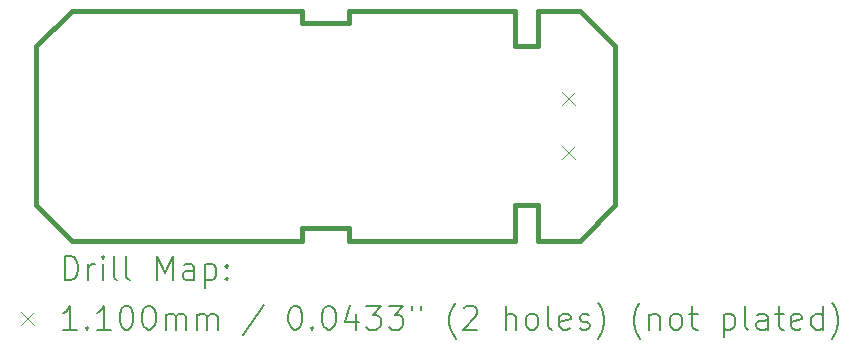
<source format=gbr>
%FSLAX45Y45*%
G04 Gerber Fmt 4.5, Leading zero omitted, Abs format (unit mm)*
G04 Created by KiCad (PCBNEW 6.0.1-79c1e3a40b~116~ubuntu20.04.1) date 2022-01-19 17:35:38*
%MOMM*%
%LPD*%
G01*
G04 APERTURE LIST*
%TA.AperFunction,Profile*%
%ADD10C,0.400000*%
%TD*%
%ADD11C,0.200000*%
%ADD12C,0.110000*%
G04 APERTURE END LIST*
D10*
X14150000Y-6925000D02*
X14150000Y-7225000D01*
X9900000Y-7225000D02*
X10200000Y-6925000D01*
X13950000Y-8575000D02*
X13950000Y-8875000D01*
X13950000Y-8575000D02*
X14150000Y-8575000D01*
X12550000Y-6925000D02*
X12550000Y-7030000D01*
X12550000Y-8770000D02*
X12150000Y-8770000D01*
X9900000Y-8575000D02*
X10200000Y-8875000D01*
X14500000Y-6925000D02*
X14800000Y-7225000D01*
X12550000Y-8875000D02*
X12550000Y-8770000D01*
X10200000Y-6925000D02*
X12150000Y-6925000D01*
X12550000Y-6925000D02*
X13950000Y-6925000D01*
X14150000Y-6925000D02*
X14500000Y-6925000D01*
X13950000Y-7225000D02*
X14150000Y-7225000D01*
X12150000Y-8875000D02*
X12150000Y-8770000D01*
X10200000Y-8875000D02*
X12150000Y-8875000D01*
X14150000Y-8575000D02*
X14150000Y-8875000D01*
X14800000Y-7225000D02*
X14800000Y-8575000D01*
X14500000Y-8875000D02*
X14800000Y-8575000D01*
X12550000Y-8875000D02*
X13950000Y-8875000D01*
X9900000Y-7225000D02*
X9900000Y-8575000D01*
X14150000Y-8875000D02*
X14500000Y-8875000D01*
X12150000Y-6925000D02*
X12150000Y-7030000D01*
X13950000Y-6925000D02*
X13950000Y-7225000D01*
X12150000Y-7030000D02*
X12550000Y-7030000D01*
D11*
D12*
X14350000Y-7614850D02*
X14460000Y-7724850D01*
X14460000Y-7614850D02*
X14350000Y-7724850D01*
X14350000Y-8074850D02*
X14460000Y-8184850D01*
X14460000Y-8074850D02*
X14350000Y-8184850D01*
D11*
X10137619Y-9205476D02*
X10137619Y-9005476D01*
X10185238Y-9005476D01*
X10213810Y-9015000D01*
X10232857Y-9034048D01*
X10242381Y-9053095D01*
X10251905Y-9091190D01*
X10251905Y-9119762D01*
X10242381Y-9157857D01*
X10232857Y-9176905D01*
X10213810Y-9195952D01*
X10185238Y-9205476D01*
X10137619Y-9205476D01*
X10337619Y-9205476D02*
X10337619Y-9072143D01*
X10337619Y-9110238D02*
X10347143Y-9091190D01*
X10356667Y-9081667D01*
X10375714Y-9072143D01*
X10394762Y-9072143D01*
X10461429Y-9205476D02*
X10461429Y-9072143D01*
X10461429Y-9005476D02*
X10451905Y-9015000D01*
X10461429Y-9024524D01*
X10470952Y-9015000D01*
X10461429Y-9005476D01*
X10461429Y-9024524D01*
X10585238Y-9205476D02*
X10566190Y-9195952D01*
X10556667Y-9176905D01*
X10556667Y-9005476D01*
X10690000Y-9205476D02*
X10670952Y-9195952D01*
X10661429Y-9176905D01*
X10661429Y-9005476D01*
X10918571Y-9205476D02*
X10918571Y-9005476D01*
X10985238Y-9148333D01*
X11051905Y-9005476D01*
X11051905Y-9205476D01*
X11232857Y-9205476D02*
X11232857Y-9100714D01*
X11223333Y-9081667D01*
X11204286Y-9072143D01*
X11166190Y-9072143D01*
X11147143Y-9081667D01*
X11232857Y-9195952D02*
X11213809Y-9205476D01*
X11166190Y-9205476D01*
X11147143Y-9195952D01*
X11137619Y-9176905D01*
X11137619Y-9157857D01*
X11147143Y-9138810D01*
X11166190Y-9129286D01*
X11213809Y-9129286D01*
X11232857Y-9119762D01*
X11328095Y-9072143D02*
X11328095Y-9272143D01*
X11328095Y-9081667D02*
X11347143Y-9072143D01*
X11385238Y-9072143D01*
X11404286Y-9081667D01*
X11413809Y-9091190D01*
X11423333Y-9110238D01*
X11423333Y-9167381D01*
X11413809Y-9186429D01*
X11404286Y-9195952D01*
X11385238Y-9205476D01*
X11347143Y-9205476D01*
X11328095Y-9195952D01*
X11509048Y-9186429D02*
X11518571Y-9195952D01*
X11509048Y-9205476D01*
X11499524Y-9195952D01*
X11509048Y-9186429D01*
X11509048Y-9205476D01*
X11509048Y-9081667D02*
X11518571Y-9091190D01*
X11509048Y-9100714D01*
X11499524Y-9091190D01*
X11509048Y-9081667D01*
X11509048Y-9100714D01*
D12*
X9770000Y-9480000D02*
X9880000Y-9590000D01*
X9880000Y-9480000D02*
X9770000Y-9590000D01*
D11*
X10242381Y-9625476D02*
X10128095Y-9625476D01*
X10185238Y-9625476D02*
X10185238Y-9425476D01*
X10166190Y-9454048D01*
X10147143Y-9473095D01*
X10128095Y-9482619D01*
X10328095Y-9606429D02*
X10337619Y-9615952D01*
X10328095Y-9625476D01*
X10318571Y-9615952D01*
X10328095Y-9606429D01*
X10328095Y-9625476D01*
X10528095Y-9625476D02*
X10413810Y-9625476D01*
X10470952Y-9625476D02*
X10470952Y-9425476D01*
X10451905Y-9454048D01*
X10432857Y-9473095D01*
X10413810Y-9482619D01*
X10651905Y-9425476D02*
X10670952Y-9425476D01*
X10690000Y-9435000D01*
X10699524Y-9444524D01*
X10709048Y-9463571D01*
X10718571Y-9501667D01*
X10718571Y-9549286D01*
X10709048Y-9587381D01*
X10699524Y-9606429D01*
X10690000Y-9615952D01*
X10670952Y-9625476D01*
X10651905Y-9625476D01*
X10632857Y-9615952D01*
X10623333Y-9606429D01*
X10613810Y-9587381D01*
X10604286Y-9549286D01*
X10604286Y-9501667D01*
X10613810Y-9463571D01*
X10623333Y-9444524D01*
X10632857Y-9435000D01*
X10651905Y-9425476D01*
X10842381Y-9425476D02*
X10861429Y-9425476D01*
X10880476Y-9435000D01*
X10890000Y-9444524D01*
X10899524Y-9463571D01*
X10909048Y-9501667D01*
X10909048Y-9549286D01*
X10899524Y-9587381D01*
X10890000Y-9606429D01*
X10880476Y-9615952D01*
X10861429Y-9625476D01*
X10842381Y-9625476D01*
X10823333Y-9615952D01*
X10813810Y-9606429D01*
X10804286Y-9587381D01*
X10794762Y-9549286D01*
X10794762Y-9501667D01*
X10804286Y-9463571D01*
X10813810Y-9444524D01*
X10823333Y-9435000D01*
X10842381Y-9425476D01*
X10994762Y-9625476D02*
X10994762Y-9492143D01*
X10994762Y-9511190D02*
X11004286Y-9501667D01*
X11023333Y-9492143D01*
X11051905Y-9492143D01*
X11070952Y-9501667D01*
X11080476Y-9520714D01*
X11080476Y-9625476D01*
X11080476Y-9520714D02*
X11090000Y-9501667D01*
X11109048Y-9492143D01*
X11137619Y-9492143D01*
X11156667Y-9501667D01*
X11166190Y-9520714D01*
X11166190Y-9625476D01*
X11261428Y-9625476D02*
X11261428Y-9492143D01*
X11261428Y-9511190D02*
X11270952Y-9501667D01*
X11290000Y-9492143D01*
X11318571Y-9492143D01*
X11337619Y-9501667D01*
X11347143Y-9520714D01*
X11347143Y-9625476D01*
X11347143Y-9520714D02*
X11356667Y-9501667D01*
X11375714Y-9492143D01*
X11404286Y-9492143D01*
X11423333Y-9501667D01*
X11432857Y-9520714D01*
X11432857Y-9625476D01*
X11823333Y-9415952D02*
X11651905Y-9673095D01*
X12080476Y-9425476D02*
X12099524Y-9425476D01*
X12118571Y-9435000D01*
X12128095Y-9444524D01*
X12137619Y-9463571D01*
X12147143Y-9501667D01*
X12147143Y-9549286D01*
X12137619Y-9587381D01*
X12128095Y-9606429D01*
X12118571Y-9615952D01*
X12099524Y-9625476D01*
X12080476Y-9625476D01*
X12061428Y-9615952D01*
X12051905Y-9606429D01*
X12042381Y-9587381D01*
X12032857Y-9549286D01*
X12032857Y-9501667D01*
X12042381Y-9463571D01*
X12051905Y-9444524D01*
X12061428Y-9435000D01*
X12080476Y-9425476D01*
X12232857Y-9606429D02*
X12242381Y-9615952D01*
X12232857Y-9625476D01*
X12223333Y-9615952D01*
X12232857Y-9606429D01*
X12232857Y-9625476D01*
X12366190Y-9425476D02*
X12385238Y-9425476D01*
X12404286Y-9435000D01*
X12413809Y-9444524D01*
X12423333Y-9463571D01*
X12432857Y-9501667D01*
X12432857Y-9549286D01*
X12423333Y-9587381D01*
X12413809Y-9606429D01*
X12404286Y-9615952D01*
X12385238Y-9625476D01*
X12366190Y-9625476D01*
X12347143Y-9615952D01*
X12337619Y-9606429D01*
X12328095Y-9587381D01*
X12318571Y-9549286D01*
X12318571Y-9501667D01*
X12328095Y-9463571D01*
X12337619Y-9444524D01*
X12347143Y-9435000D01*
X12366190Y-9425476D01*
X12604286Y-9492143D02*
X12604286Y-9625476D01*
X12556667Y-9415952D02*
X12509048Y-9558810D01*
X12632857Y-9558810D01*
X12690000Y-9425476D02*
X12813809Y-9425476D01*
X12747143Y-9501667D01*
X12775714Y-9501667D01*
X12794762Y-9511190D01*
X12804286Y-9520714D01*
X12813809Y-9539762D01*
X12813809Y-9587381D01*
X12804286Y-9606429D01*
X12794762Y-9615952D01*
X12775714Y-9625476D01*
X12718571Y-9625476D01*
X12699524Y-9615952D01*
X12690000Y-9606429D01*
X12880476Y-9425476D02*
X13004286Y-9425476D01*
X12937619Y-9501667D01*
X12966190Y-9501667D01*
X12985238Y-9511190D01*
X12994762Y-9520714D01*
X13004286Y-9539762D01*
X13004286Y-9587381D01*
X12994762Y-9606429D01*
X12985238Y-9615952D01*
X12966190Y-9625476D01*
X12909048Y-9625476D01*
X12890000Y-9615952D01*
X12880476Y-9606429D01*
X13080476Y-9425476D02*
X13080476Y-9463571D01*
X13156667Y-9425476D02*
X13156667Y-9463571D01*
X13451905Y-9701667D02*
X13442381Y-9692143D01*
X13423333Y-9663571D01*
X13413809Y-9644524D01*
X13404286Y-9615952D01*
X13394762Y-9568333D01*
X13394762Y-9530238D01*
X13404286Y-9482619D01*
X13413809Y-9454048D01*
X13423333Y-9435000D01*
X13442381Y-9406429D01*
X13451905Y-9396905D01*
X13518571Y-9444524D02*
X13528095Y-9435000D01*
X13547143Y-9425476D01*
X13594762Y-9425476D01*
X13613809Y-9435000D01*
X13623333Y-9444524D01*
X13632857Y-9463571D01*
X13632857Y-9482619D01*
X13623333Y-9511190D01*
X13509048Y-9625476D01*
X13632857Y-9625476D01*
X13870952Y-9625476D02*
X13870952Y-9425476D01*
X13956667Y-9625476D02*
X13956667Y-9520714D01*
X13947143Y-9501667D01*
X13928095Y-9492143D01*
X13899524Y-9492143D01*
X13880476Y-9501667D01*
X13870952Y-9511190D01*
X14080476Y-9625476D02*
X14061428Y-9615952D01*
X14051905Y-9606429D01*
X14042381Y-9587381D01*
X14042381Y-9530238D01*
X14051905Y-9511190D01*
X14061428Y-9501667D01*
X14080476Y-9492143D01*
X14109048Y-9492143D01*
X14128095Y-9501667D01*
X14137619Y-9511190D01*
X14147143Y-9530238D01*
X14147143Y-9587381D01*
X14137619Y-9606429D01*
X14128095Y-9615952D01*
X14109048Y-9625476D01*
X14080476Y-9625476D01*
X14261428Y-9625476D02*
X14242381Y-9615952D01*
X14232857Y-9596905D01*
X14232857Y-9425476D01*
X14413809Y-9615952D02*
X14394762Y-9625476D01*
X14356667Y-9625476D01*
X14337619Y-9615952D01*
X14328095Y-9596905D01*
X14328095Y-9520714D01*
X14337619Y-9501667D01*
X14356667Y-9492143D01*
X14394762Y-9492143D01*
X14413809Y-9501667D01*
X14423333Y-9520714D01*
X14423333Y-9539762D01*
X14328095Y-9558810D01*
X14499524Y-9615952D02*
X14518571Y-9625476D01*
X14556667Y-9625476D01*
X14575714Y-9615952D01*
X14585238Y-9596905D01*
X14585238Y-9587381D01*
X14575714Y-9568333D01*
X14556667Y-9558810D01*
X14528095Y-9558810D01*
X14509048Y-9549286D01*
X14499524Y-9530238D01*
X14499524Y-9520714D01*
X14509048Y-9501667D01*
X14528095Y-9492143D01*
X14556667Y-9492143D01*
X14575714Y-9501667D01*
X14651905Y-9701667D02*
X14661428Y-9692143D01*
X14680476Y-9663571D01*
X14690000Y-9644524D01*
X14699524Y-9615952D01*
X14709048Y-9568333D01*
X14709048Y-9530238D01*
X14699524Y-9482619D01*
X14690000Y-9454048D01*
X14680476Y-9435000D01*
X14661428Y-9406429D01*
X14651905Y-9396905D01*
X15013809Y-9701667D02*
X15004286Y-9692143D01*
X14985238Y-9663571D01*
X14975714Y-9644524D01*
X14966190Y-9615952D01*
X14956667Y-9568333D01*
X14956667Y-9530238D01*
X14966190Y-9482619D01*
X14975714Y-9454048D01*
X14985238Y-9435000D01*
X15004286Y-9406429D01*
X15013809Y-9396905D01*
X15090000Y-9492143D02*
X15090000Y-9625476D01*
X15090000Y-9511190D02*
X15099524Y-9501667D01*
X15118571Y-9492143D01*
X15147143Y-9492143D01*
X15166190Y-9501667D01*
X15175714Y-9520714D01*
X15175714Y-9625476D01*
X15299524Y-9625476D02*
X15280476Y-9615952D01*
X15270952Y-9606429D01*
X15261428Y-9587381D01*
X15261428Y-9530238D01*
X15270952Y-9511190D01*
X15280476Y-9501667D01*
X15299524Y-9492143D01*
X15328095Y-9492143D01*
X15347143Y-9501667D01*
X15356667Y-9511190D01*
X15366190Y-9530238D01*
X15366190Y-9587381D01*
X15356667Y-9606429D01*
X15347143Y-9615952D01*
X15328095Y-9625476D01*
X15299524Y-9625476D01*
X15423333Y-9492143D02*
X15499524Y-9492143D01*
X15451905Y-9425476D02*
X15451905Y-9596905D01*
X15461428Y-9615952D01*
X15480476Y-9625476D01*
X15499524Y-9625476D01*
X15718571Y-9492143D02*
X15718571Y-9692143D01*
X15718571Y-9501667D02*
X15737619Y-9492143D01*
X15775714Y-9492143D01*
X15794762Y-9501667D01*
X15804286Y-9511190D01*
X15813809Y-9530238D01*
X15813809Y-9587381D01*
X15804286Y-9606429D01*
X15794762Y-9615952D01*
X15775714Y-9625476D01*
X15737619Y-9625476D01*
X15718571Y-9615952D01*
X15928095Y-9625476D02*
X15909048Y-9615952D01*
X15899524Y-9596905D01*
X15899524Y-9425476D01*
X16090000Y-9625476D02*
X16090000Y-9520714D01*
X16080476Y-9501667D01*
X16061428Y-9492143D01*
X16023333Y-9492143D01*
X16004286Y-9501667D01*
X16090000Y-9615952D02*
X16070952Y-9625476D01*
X16023333Y-9625476D01*
X16004286Y-9615952D01*
X15994762Y-9596905D01*
X15994762Y-9577857D01*
X16004286Y-9558810D01*
X16023333Y-9549286D01*
X16070952Y-9549286D01*
X16090000Y-9539762D01*
X16156667Y-9492143D02*
X16232857Y-9492143D01*
X16185238Y-9425476D02*
X16185238Y-9596905D01*
X16194762Y-9615952D01*
X16213809Y-9625476D01*
X16232857Y-9625476D01*
X16375714Y-9615952D02*
X16356667Y-9625476D01*
X16318571Y-9625476D01*
X16299524Y-9615952D01*
X16290000Y-9596905D01*
X16290000Y-9520714D01*
X16299524Y-9501667D01*
X16318571Y-9492143D01*
X16356667Y-9492143D01*
X16375714Y-9501667D01*
X16385238Y-9520714D01*
X16385238Y-9539762D01*
X16290000Y-9558810D01*
X16556667Y-9625476D02*
X16556667Y-9425476D01*
X16556667Y-9615952D02*
X16537619Y-9625476D01*
X16499524Y-9625476D01*
X16480476Y-9615952D01*
X16470952Y-9606429D01*
X16461428Y-9587381D01*
X16461428Y-9530238D01*
X16470952Y-9511190D01*
X16480476Y-9501667D01*
X16499524Y-9492143D01*
X16537619Y-9492143D01*
X16556667Y-9501667D01*
X16632857Y-9701667D02*
X16642381Y-9692143D01*
X16661428Y-9663571D01*
X16670952Y-9644524D01*
X16680476Y-9615952D01*
X16690000Y-9568333D01*
X16690000Y-9530238D01*
X16680476Y-9482619D01*
X16670952Y-9454048D01*
X16661428Y-9435000D01*
X16642381Y-9406429D01*
X16632857Y-9396905D01*
M02*

</source>
